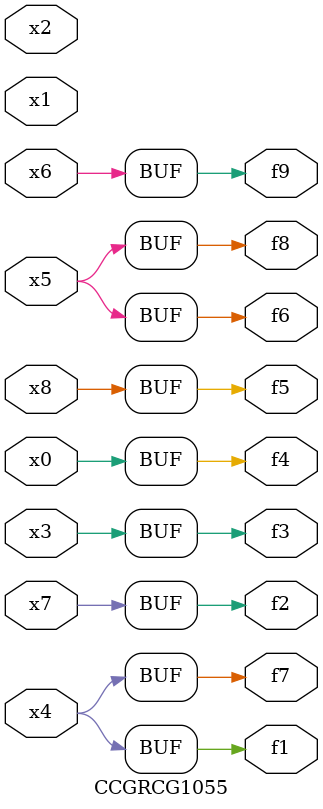
<source format=v>
module CCGRCG1055(
	input x0, x1, x2, x3, x4, x5, x6, x7, x8,
	output f1, f2, f3, f4, f5, f6, f7, f8, f9
);
	assign f1 = x4;
	assign f2 = x7;
	assign f3 = x3;
	assign f4 = x0;
	assign f5 = x8;
	assign f6 = x5;
	assign f7 = x4;
	assign f8 = x5;
	assign f9 = x6;
endmodule

</source>
